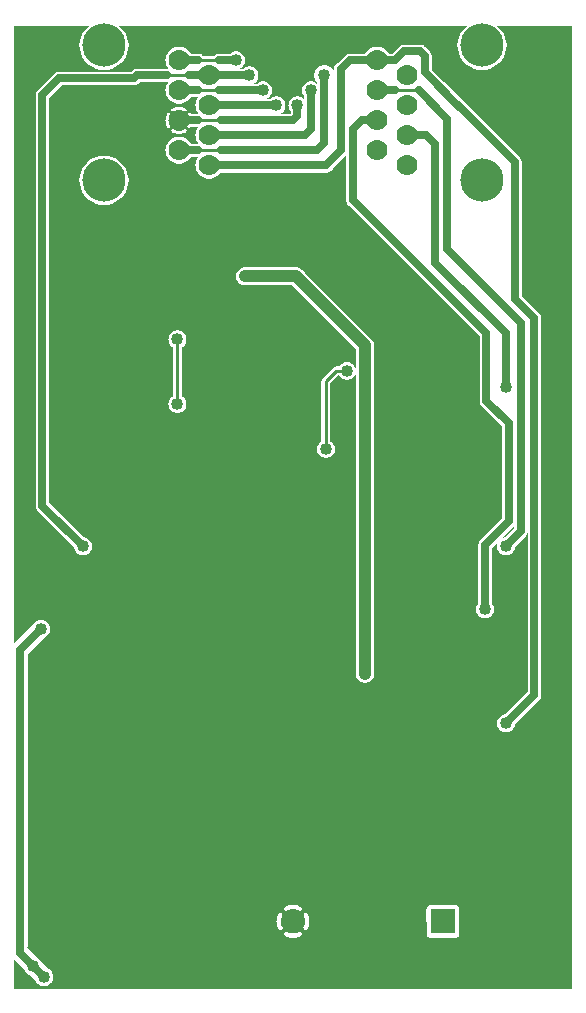
<source format=gbr>
G04 start of page 3 for group 1 idx 1 *
G04 Title: (unknown), solder *
G04 Creator: pcb 20140316 *
G04 CreationDate: Wed 08 Jun 2016 07:53:43 PM GMT UTC *
G04 For: ndholmes *
G04 Format: Gerber/RS-274X *
G04 PCB-Dimensions (mil): 1900.00 3250.00 *
G04 PCB-Coordinate-Origin: lower left *
%MOIN*%
%FSLAX25Y25*%
%LNBOTTOM*%
%ADD41C,0.0480*%
%ADD40C,0.1280*%
%ADD39C,0.0300*%
%ADD38C,0.0200*%
%ADD37C,0.0800*%
%ADD36C,0.1440*%
%ADD35C,0.0700*%
%ADD34C,0.0100*%
%ADD33C,0.0400*%
%ADD32C,0.0250*%
%ADD31C,0.0001*%
G54D31*G36*
X56495Y289307D02*X56647Y289271D01*
X57000Y289250D01*
X59985D01*
X60016Y289191D01*
X60064Y289128D01*
X60120Y289073D01*
X60184Y289028D01*
X60255Y288993D01*
X60330Y288970D01*
X60408Y288959D01*
X60487Y288960D01*
X60564Y288973D01*
X60639Y288999D01*
X60708Y289035D01*
X60771Y289083D01*
X60826Y289139D01*
X60870Y289204D01*
X60895Y289250D01*
X63431D01*
X63348Y289153D01*
X62978Y288549D01*
X62707Y287895D01*
X62542Y287206D01*
X62486Y286500D01*
X62542Y285794D01*
X62707Y285105D01*
X62978Y284451D01*
X63348Y283847D01*
X63431Y283750D01*
X60899D01*
X60652Y284153D01*
X60192Y284692D01*
X59653Y285152D01*
X59049Y285522D01*
X58395Y285793D01*
X57706Y285958D01*
X57000Y286014D01*
X56495Y285974D01*
Y287027D01*
X56599Y287013D01*
X57000Y286996D01*
X57401Y287013D01*
X57800Y287067D01*
X58191Y287156D01*
X58574Y287279D01*
X58944Y287436D01*
X59298Y287626D01*
X59363Y287671D01*
X59420Y287726D01*
X59468Y287790D01*
X59504Y287860D01*
X59530Y287935D01*
X59544Y288013D01*
X59545Y288092D01*
X59533Y288171D01*
X59510Y288246D01*
X59475Y288317D01*
X59429Y288382D01*
X59374Y288439D01*
X59311Y288487D01*
X59241Y288524D01*
X59166Y288549D01*
X59088Y288563D01*
X59008Y288564D01*
X58930Y288552D01*
X58854Y288529D01*
X58784Y288493D01*
X58510Y288343D01*
X58223Y288221D01*
X57926Y288125D01*
X57621Y288056D01*
X57312Y288014D01*
X57000Y288000D01*
X56688Y288014D01*
X56495Y288040D01*
Y289307D01*
G37*
G36*
Y297026D02*X57000Y296986D01*
X57706Y297042D01*
X58395Y297207D01*
X59049Y297478D01*
X59653Y297848D01*
X60192Y298308D01*
X60652Y298847D01*
X60899Y299250D01*
X63431D01*
X63348Y299153D01*
X62978Y298549D01*
X62707Y297895D01*
X62542Y297206D01*
X62486Y296500D01*
X62542Y295794D01*
X62707Y295105D01*
X62978Y294451D01*
X63348Y293847D01*
X63431Y293750D01*
X60900D01*
X60874Y293798D01*
X60829Y293863D01*
X60774Y293920D01*
X60710Y293968D01*
X60640Y294004D01*
X60565Y294030D01*
X60487Y294044D01*
X60408Y294045D01*
X60329Y294033D01*
X60254Y294010D01*
X60183Y293975D01*
X60118Y293929D01*
X60061Y293874D01*
X60013Y293811D01*
X59981Y293750D01*
X57000D01*
X56647Y293729D01*
X56495Y293693D01*
Y294960D01*
X56688Y294986D01*
X57000Y295000D01*
X57312Y294986D01*
X57621Y294944D01*
X57926Y294875D01*
X58223Y294779D01*
X58510Y294657D01*
X58786Y294510D01*
X58855Y294474D01*
X58931Y294451D01*
X59009Y294440D01*
X59087Y294441D01*
X59165Y294454D01*
X59239Y294480D01*
X59309Y294516D01*
X59372Y294564D01*
X59427Y294620D01*
X59472Y294684D01*
X59507Y294755D01*
X59530Y294830D01*
X59541Y294908D01*
X59540Y294987D01*
X59527Y295064D01*
X59501Y295139D01*
X59465Y295208D01*
X59417Y295271D01*
X59361Y295326D01*
X59296Y295370D01*
X58944Y295564D01*
X58574Y295721D01*
X58191Y295844D01*
X57800Y295933D01*
X57401Y295987D01*
X57000Y296004D01*
X56599Y295987D01*
X56495Y295973D01*
Y297026D01*
G37*
G36*
X145000Y323000D02*X152985D01*
X152184Y322316D01*
X151346Y321335D01*
X150671Y320234D01*
X150177Y319042D01*
X149876Y317787D01*
X149775Y316500D01*
X149876Y315213D01*
X150177Y313958D01*
X150671Y312766D01*
X151346Y311665D01*
X152184Y310684D01*
X153165Y309846D01*
X154266Y309171D01*
X155458Y308677D01*
X156713Y308376D01*
X158000Y308275D01*
X159287Y308376D01*
X160542Y308677D01*
X161734Y309171D01*
X162835Y309846D01*
X163816Y310684D01*
X164654Y311665D01*
X165329Y312766D01*
X165823Y313958D01*
X166124Y315213D01*
X166200Y316500D01*
X166124Y317787D01*
X165823Y319042D01*
X165329Y320234D01*
X164654Y321335D01*
X163816Y322316D01*
X163015Y323000D01*
X188000D01*
Y2000D01*
X145000D01*
Y19007D01*
X149235Y19014D01*
X149465Y19069D01*
X149683Y19159D01*
X149884Y19283D01*
X150064Y19436D01*
X150217Y19616D01*
X150341Y19817D01*
X150431Y20035D01*
X150486Y20265D01*
X150500Y20500D01*
X150486Y28735D01*
X150431Y28965D01*
X150341Y29183D01*
X150217Y29384D01*
X150064Y29564D01*
X149884Y29717D01*
X149683Y29841D01*
X149465Y29931D01*
X149235Y29986D01*
X149000Y30000D01*
X145000Y29993D01*
Y231818D01*
X157250Y219568D01*
Y198088D01*
X157243Y198000D01*
X157271Y197647D01*
X157354Y197303D01*
X157489Y196975D01*
X157674Y196673D01*
X157674Y196673D01*
X157904Y196404D01*
X157971Y196347D01*
X164750Y189568D01*
Y158932D01*
X157471Y151653D01*
X157404Y151596D01*
X157174Y151327D01*
X156989Y151025D01*
X156854Y150697D01*
X156771Y150353D01*
X156771Y150353D01*
X156743Y150000D01*
X156750Y149912D01*
Y130485D01*
X156565Y130269D01*
X156319Y129866D01*
X156138Y129430D01*
X156028Y128971D01*
X155991Y128500D01*
X156028Y128029D01*
X156138Y127570D01*
X156319Y127134D01*
X156565Y126731D01*
X156872Y126372D01*
X157231Y126065D01*
X157634Y125819D01*
X158070Y125638D01*
X158529Y125528D01*
X159000Y125491D01*
X159471Y125528D01*
X159930Y125638D01*
X160366Y125819D01*
X160769Y126065D01*
X161128Y126372D01*
X161435Y126731D01*
X161681Y127134D01*
X161862Y127570D01*
X161972Y128029D01*
X162000Y128500D01*
X161972Y128971D01*
X161862Y129430D01*
X161681Y129866D01*
X161435Y130269D01*
X161250Y130485D01*
Y149068D01*
X168529Y156347D01*
X168596Y156404D01*
X168750Y156585D01*
Y155432D01*
X165813Y152494D01*
X165529Y152472D01*
X165070Y152362D01*
X164634Y152181D01*
X164231Y151935D01*
X163872Y151628D01*
X163565Y151269D01*
X163319Y150866D01*
X163138Y150430D01*
X163028Y149971D01*
X162991Y149500D01*
X163028Y149029D01*
X163138Y148570D01*
X163319Y148134D01*
X163565Y147731D01*
X163872Y147372D01*
X164231Y147065D01*
X164634Y146819D01*
X165070Y146638D01*
X165529Y146528D01*
X166000Y146491D01*
X166471Y146528D01*
X166930Y146638D01*
X167366Y146819D01*
X167769Y147065D01*
X168128Y147372D01*
X168435Y147731D01*
X168681Y148134D01*
X168862Y148570D01*
X168972Y149029D01*
X168989Y149307D01*
X172529Y152847D01*
X172596Y152904D01*
X172826Y153173D01*
X172826Y153173D01*
X173011Y153475D01*
X173146Y153803D01*
X173229Y154147D01*
X173250Y154412D01*
Y100932D01*
X165813Y93494D01*
X165529Y93472D01*
X165070Y93362D01*
X164634Y93181D01*
X164231Y92935D01*
X163872Y92628D01*
X163565Y92269D01*
X163319Y91866D01*
X163138Y91430D01*
X163028Y90971D01*
X162991Y90500D01*
X163028Y90029D01*
X163138Y89570D01*
X163319Y89134D01*
X163565Y88731D01*
X163872Y88372D01*
X164231Y88065D01*
X164634Y87819D01*
X165070Y87638D01*
X165529Y87528D01*
X166000Y87491D01*
X166471Y87528D01*
X166930Y87638D01*
X167366Y87819D01*
X167769Y88065D01*
X168128Y88372D01*
X168435Y88731D01*
X168681Y89134D01*
X168862Y89570D01*
X168972Y90029D01*
X168989Y90307D01*
X177029Y98347D01*
X177096Y98404D01*
X177326Y98673D01*
X177326Y98673D01*
X177511Y98975D01*
X177646Y99303D01*
X177729Y99647D01*
X177757Y100000D01*
X177750Y100088D01*
Y225412D01*
X177757Y225500D01*
X177729Y225853D01*
X177646Y226197D01*
X177607Y226293D01*
X177511Y226525D01*
X177396Y226712D01*
X177326Y226827D01*
X177326Y226827D01*
X177096Y227096D01*
X177029Y227153D01*
X171250Y232932D01*
Y277412D01*
X171257Y277500D01*
X171229Y277853D01*
X171229Y277853D01*
X171146Y278197D01*
X171011Y278525D01*
X170826Y278827D01*
X170596Y279096D01*
X170529Y279153D01*
X145000Y304682D01*
Y323000D01*
G37*
G36*
Y2000D02*X99000D01*
Y21636D01*
X99004Y21635D01*
X99119Y21607D01*
X99237Y21598D01*
X99355Y21608D01*
X99469Y21635D01*
X99578Y21681D01*
X99679Y21743D01*
X99769Y21819D01*
X99845Y21909D01*
X99905Y22011D01*
X100122Y22480D01*
X100289Y22969D01*
X100409Y23472D01*
X100482Y23984D01*
X100506Y24500D01*
X100482Y25016D01*
X100409Y25528D01*
X100289Y26031D01*
X100122Y26520D01*
X99910Y26992D01*
X99849Y27093D01*
X99772Y27184D01*
X99682Y27261D01*
X99580Y27323D01*
X99471Y27369D01*
X99355Y27397D01*
X99237Y27406D01*
X99119Y27397D01*
X99003Y27370D01*
X99000Y27368D01*
Y232257D01*
X116000Y215257D01*
Y208000D01*
X115972Y208471D01*
X115862Y208930D01*
X115681Y209366D01*
X115435Y209769D01*
X115128Y210128D01*
X114769Y210435D01*
X114366Y210681D01*
X113930Y210862D01*
X113471Y210972D01*
X113000Y211009D01*
X112529Y210972D01*
X112070Y210862D01*
X111634Y210681D01*
X111231Y210435D01*
X110872Y210128D01*
X110565Y209769D01*
X110401Y209500D01*
X109559D01*
X109500Y209505D01*
X109265Y209486D01*
X109035Y209431D01*
X108817Y209341D01*
X108616Y209217D01*
X108615Y209217D01*
X108436Y209064D01*
X108398Y209019D01*
X104981Y205602D01*
X104936Y205564D01*
X104783Y205384D01*
X104659Y205183D01*
X104569Y204965D01*
X104514Y204735D01*
X104514Y204735D01*
X104495Y204500D01*
X104500Y204441D01*
Y184599D01*
X104231Y184435D01*
X103872Y184128D01*
X103565Y183769D01*
X103319Y183366D01*
X103138Y182930D01*
X103028Y182471D01*
X102991Y182000D01*
X103028Y181529D01*
X103138Y181070D01*
X103319Y180634D01*
X103565Y180231D01*
X103872Y179872D01*
X104231Y179565D01*
X104634Y179319D01*
X105070Y179138D01*
X105529Y179028D01*
X106000Y178991D01*
X106471Y179028D01*
X106930Y179138D01*
X107366Y179319D01*
X107769Y179565D01*
X108128Y179872D01*
X108435Y180231D01*
X108681Y180634D01*
X108862Y181070D01*
X108972Y181529D01*
X109000Y182000D01*
X108972Y182471D01*
X108862Y182930D01*
X108681Y183366D01*
X108435Y183769D01*
X108128Y184128D01*
X107769Y184435D01*
X107500Y184599D01*
Y203879D01*
X110121Y206500D01*
X110401D01*
X110565Y206231D01*
X110872Y205872D01*
X111231Y205565D01*
X111634Y205319D01*
X112070Y205138D01*
X112529Y205028D01*
X113000Y204991D01*
X113471Y205028D01*
X113930Y205138D01*
X114366Y205319D01*
X114769Y205565D01*
X115128Y205872D01*
X115435Y206231D01*
X115681Y206634D01*
X115862Y207070D01*
X115972Y207529D01*
X116000Y208000D01*
Y114118D01*
X115991Y114000D01*
X116000Y113882D01*
Y107118D01*
X115991Y107000D01*
X116028Y106529D01*
X116138Y106070D01*
X116319Y105634D01*
X116565Y105231D01*
X116872Y104872D01*
X117231Y104565D01*
X117634Y104319D01*
X118070Y104138D01*
X118529Y104028D01*
X119000Y103991D01*
X119471Y104028D01*
X119930Y104138D01*
X120366Y104319D01*
X120769Y104565D01*
X121128Y104872D01*
X121435Y105231D01*
X121681Y105634D01*
X121862Y106070D01*
X121972Y106529D01*
X122000Y107000D01*
Y216382D01*
X122009Y216500D01*
X121972Y216971D01*
X121972Y216971D01*
X121862Y217430D01*
X121681Y217866D01*
X121435Y218269D01*
X121128Y218628D01*
X121038Y218704D01*
X99000Y240743D01*
Y274050D01*
X106000D01*
X106384Y274073D01*
X106759Y274163D01*
X107116Y274310D01*
X107445Y274512D01*
X107738Y274762D01*
X107988Y275055D01*
X108190Y275384D01*
X108277Y275595D01*
X111905Y279223D01*
X112116Y279310D01*
X112445Y279512D01*
X112738Y279762D01*
X112750Y279777D01*
Y265088D01*
X112743Y265000D01*
X112771Y264647D01*
Y264647D01*
X112854Y264303D01*
X112989Y263975D01*
X113059Y263861D01*
X113174Y263673D01*
X113174Y263673D01*
X113404Y263404D01*
X113471Y263347D01*
X145000Y231818D01*
Y29993D01*
X140765Y29986D01*
X140535Y29931D01*
X140317Y29841D01*
X140116Y29717D01*
X139936Y29564D01*
X139783Y29384D01*
X139659Y29183D01*
X139569Y28965D01*
X139514Y28735D01*
X139500Y28500D01*
X139514Y20265D01*
X139569Y20035D01*
X139659Y19817D01*
X139783Y19616D01*
X139936Y19436D01*
X140116Y19283D01*
X140317Y19159D01*
X140535Y19069D01*
X140765Y19014D01*
X141000Y19000D01*
X145000Y19007D01*
Y2000D01*
G37*
G36*
X99000Y323000D02*X145000D01*
Y304682D01*
X141250Y308432D01*
Y312912D01*
X141257Y313000D01*
X141229Y313353D01*
X141229Y313353D01*
X141146Y313697D01*
X141011Y314025D01*
X140826Y314327D01*
X140596Y314596D01*
X140529Y314653D01*
X139153Y316029D01*
X139096Y316096D01*
X138827Y316326D01*
X138525Y316511D01*
X138197Y316646D01*
X137853Y316729D01*
X137853Y316729D01*
X137500Y316757D01*
X137412Y316750D01*
X132088D01*
X132000Y316757D01*
X131647Y316729D01*
X131303Y316646D01*
X130975Y316511D01*
X130673Y316326D01*
X130673Y316326D01*
X130404Y316096D01*
X130347Y316029D01*
X128068Y313750D01*
X126899D01*
X126652Y314153D01*
X126192Y314692D01*
X125653Y315152D01*
X125049Y315522D01*
X124395Y315793D01*
X123706Y315958D01*
X123000Y316014D01*
X122294Y315958D01*
X121605Y315793D01*
X120951Y315522D01*
X120347Y315152D01*
X119808Y314692D01*
X119348Y314153D01*
X119101Y313750D01*
X114088D01*
X114000Y313757D01*
X113647Y313729D01*
X113303Y313646D01*
X112975Y313511D01*
X112673Y313326D01*
X112673Y313326D01*
X112404Y313096D01*
X112347Y313029D01*
X110095Y310777D01*
X109884Y310690D01*
X109555Y310488D01*
X109262Y310238D01*
X109012Y309945D01*
X108810Y309616D01*
X108663Y309259D01*
X108573Y308884D01*
X108550Y308500D01*
Y308021D01*
X108539Y308048D01*
X108259Y308505D01*
X107912Y308912D01*
X107505Y309259D01*
X107048Y309539D01*
X106554Y309744D01*
X106034Y309868D01*
X105500Y309910D01*
X104966Y309868D01*
X104446Y309744D01*
X103952Y309539D01*
X103495Y309259D01*
X103088Y308912D01*
X102741Y308505D01*
X102461Y308048D01*
X102256Y307554D01*
X102132Y307034D01*
X102090Y306500D01*
X102132Y305966D01*
X102256Y305446D01*
X102461Y304952D01*
X102741Y304495D01*
X103050Y304133D01*
Y303694D01*
X102769Y303935D01*
X102366Y304181D01*
X101930Y304362D01*
X101471Y304472D01*
X101000Y304509D01*
X100529Y304472D01*
X100070Y304362D01*
X99634Y304181D01*
X99231Y303935D01*
X99000Y303737D01*
Y323000D01*
G37*
G36*
X95002Y274050D02*X99000D01*
Y240743D01*
X98204Y241538D01*
X98128Y241628D01*
X97769Y241935D01*
X97366Y242181D01*
X96930Y242362D01*
X96471Y242472D01*
X96000Y242509D01*
X95882Y242500D01*
X95002D01*
Y274050D01*
G37*
G36*
X99000Y2000D02*X95002D01*
Y18994D01*
X95516Y19018D01*
X96028Y19091D01*
X96531Y19211D01*
X97020Y19378D01*
X97492Y19590D01*
X97593Y19651D01*
X97684Y19728D01*
X97761Y19818D01*
X97823Y19920D01*
X97869Y20029D01*
X97897Y20145D01*
X97906Y20263D01*
X97897Y20381D01*
X97870Y20497D01*
X97824Y20607D01*
X97762Y20708D01*
X97686Y20798D01*
X97595Y20876D01*
X97494Y20938D01*
X97385Y20984D01*
X97269Y21011D01*
X97151Y21021D01*
X97032Y21012D01*
X96917Y20984D01*
X96808Y20937D01*
X96468Y20779D01*
X96112Y20658D01*
X95747Y20570D01*
X95375Y20518D01*
X95002Y20500D01*
Y28500D01*
X95375Y28482D01*
X95747Y28430D01*
X96112Y28342D01*
X96468Y28221D01*
X96810Y28067D01*
X96918Y28020D01*
X97033Y27993D01*
X97151Y27983D01*
X97268Y27993D01*
X97383Y28021D01*
X97492Y28066D01*
X97593Y28128D01*
X97682Y28205D01*
X97759Y28295D01*
X97820Y28395D01*
X97865Y28504D01*
X97893Y28619D01*
X97902Y28737D01*
X97892Y28855D01*
X97865Y28969D01*
X97819Y29078D01*
X97757Y29179D01*
X97681Y29269D01*
X97591Y29345D01*
X97489Y29405D01*
X97020Y29622D01*
X96531Y29789D01*
X96028Y29909D01*
X95516Y29982D01*
X95002Y30006D01*
Y236255D01*
X99000Y232257D01*
Y27368D01*
X98893Y27324D01*
X98792Y27262D01*
X98702Y27186D01*
X98624Y27095D01*
X98562Y26994D01*
X98516Y26885D01*
X98489Y26769D01*
X98479Y26651D01*
X98488Y26532D01*
X98516Y26417D01*
X98563Y26308D01*
X98721Y25968D01*
X98842Y25612D01*
X98930Y25247D01*
X98982Y24875D01*
X99000Y24500D01*
X98982Y24125D01*
X98930Y23753D01*
X98842Y23388D01*
X98721Y23032D01*
X98567Y22690D01*
X98520Y22582D01*
X98493Y22467D01*
X98483Y22349D01*
X98493Y22232D01*
X98521Y22117D01*
X98566Y22008D01*
X98628Y21907D01*
X98705Y21818D01*
X98795Y21741D01*
X98895Y21680D01*
X99000Y21636D01*
Y2000D01*
G37*
G36*
X90507Y274050D02*X95002D01*
Y242500D01*
X90507D01*
Y274050D01*
G37*
G36*
X95002Y2000D02*X90507D01*
Y21640D01*
X90529Y21631D01*
X90645Y21603D01*
X90763Y21594D01*
X90881Y21603D01*
X90997Y21630D01*
X91107Y21676D01*
X91208Y21738D01*
X91298Y21814D01*
X91376Y21905D01*
X91438Y22006D01*
X91484Y22115D01*
X91511Y22231D01*
X91521Y22349D01*
X91512Y22468D01*
X91484Y22583D01*
X91437Y22692D01*
X91279Y23032D01*
X91158Y23388D01*
X91070Y23753D01*
X91018Y24125D01*
X91000Y24500D01*
X91018Y24875D01*
X91070Y25247D01*
X91158Y25612D01*
X91279Y25968D01*
X91433Y26310D01*
X91480Y26418D01*
X91507Y26533D01*
X91517Y26651D01*
X91507Y26768D01*
X91479Y26883D01*
X91434Y26992D01*
X91372Y27093D01*
X91295Y27182D01*
X91205Y27259D01*
X91105Y27320D01*
X90996Y27365D01*
X90881Y27393D01*
X90763Y27402D01*
X90645Y27392D01*
X90531Y27365D01*
X90507Y27355D01*
Y236500D01*
X94757D01*
X95002Y236255D01*
Y30006D01*
X95000Y30006D01*
X94484Y29982D01*
X93972Y29909D01*
X93469Y29789D01*
X92980Y29622D01*
X92508Y29410D01*
X92407Y29349D01*
X92316Y29272D01*
X92239Y29182D01*
X92177Y29080D01*
X92131Y28971D01*
X92103Y28855D01*
X92094Y28737D01*
X92103Y28619D01*
X92130Y28503D01*
X92176Y28393D01*
X92238Y28292D01*
X92314Y28202D01*
X92405Y28124D01*
X92506Y28062D01*
X92615Y28016D01*
X92731Y27989D01*
X92849Y27979D01*
X92968Y27988D01*
X93083Y28016D01*
X93192Y28063D01*
X93532Y28221D01*
X93888Y28342D01*
X94253Y28430D01*
X94625Y28482D01*
X95000Y28500D01*
X95002Y28500D01*
Y20500D01*
X95000Y20500D01*
X94625Y20518D01*
X94253Y20570D01*
X93888Y20658D01*
X93532Y20779D01*
X93190Y20933D01*
X93082Y20980D01*
X92967Y21007D01*
X92849Y21017D01*
X92732Y21007D01*
X92617Y20979D01*
X92508Y20934D01*
X92407Y20872D01*
X92318Y20795D01*
X92241Y20705D01*
X92180Y20605D01*
X92135Y20496D01*
X92107Y20381D01*
X92098Y20263D01*
X92108Y20145D01*
X92135Y20031D01*
X92181Y19922D01*
X92243Y19821D01*
X92319Y19731D01*
X92409Y19655D01*
X92511Y19595D01*
X92980Y19378D01*
X93469Y19211D01*
X93972Y19091D01*
X94484Y19018D01*
X95000Y18994D01*
X95002Y18994D01*
Y2000D01*
G37*
G36*
X90507D02*X56495D01*
Y193991D01*
X56500Y193991D01*
X56971Y194028D01*
X57430Y194138D01*
X57866Y194319D01*
X58269Y194565D01*
X58628Y194872D01*
X58935Y195231D01*
X59181Y195634D01*
X59362Y196070D01*
X59472Y196529D01*
X59500Y197000D01*
X59472Y197471D01*
X59362Y197930D01*
X59181Y198366D01*
X58935Y198769D01*
X58628Y199128D01*
X58269Y199435D01*
X58000Y199599D01*
Y215901D01*
X58269Y216065D01*
X58628Y216372D01*
X58935Y216731D01*
X59181Y217134D01*
X59362Y217570D01*
X59472Y218029D01*
X59500Y218500D01*
X59472Y218971D01*
X59362Y219430D01*
X59181Y219866D01*
X58935Y220269D01*
X58628Y220628D01*
X58269Y220935D01*
X57866Y221181D01*
X57430Y221362D01*
X56971Y221472D01*
X56500Y221509D01*
X56495Y221509D01*
Y277026D01*
X57000Y276986D01*
X57706Y277042D01*
X58395Y277207D01*
X59049Y277478D01*
X59653Y277848D01*
X60192Y278308D01*
X60652Y278847D01*
X60899Y279250D01*
X63431D01*
X63348Y279153D01*
X62978Y278549D01*
X62707Y277895D01*
X62542Y277206D01*
X62486Y276500D01*
X62542Y275794D01*
X62707Y275105D01*
X62978Y274451D01*
X63348Y273847D01*
X63808Y273308D01*
X64347Y272848D01*
X64951Y272478D01*
X65605Y272207D01*
X66294Y272042D01*
X67000Y271986D01*
X67706Y272042D01*
X68395Y272207D01*
X69049Y272478D01*
X69653Y272848D01*
X70192Y273308D01*
X70652Y273847D01*
X70776Y274050D01*
X90507D01*
Y242500D01*
X84118D01*
X84000Y242509D01*
X83882Y242500D01*
X79118D01*
X79000Y242509D01*
X78529Y242472D01*
X78070Y242362D01*
X77634Y242181D01*
X77231Y241935D01*
X76872Y241628D01*
X76565Y241269D01*
X76319Y240866D01*
X76138Y240430D01*
X76028Y239971D01*
X75991Y239500D01*
X76028Y239029D01*
X76138Y238570D01*
X76319Y238134D01*
X76565Y237731D01*
X76872Y237372D01*
X77231Y237065D01*
X77634Y236819D01*
X78070Y236638D01*
X78529Y236528D01*
X79000Y236491D01*
X79118Y236500D01*
X83882D01*
X84000Y236491D01*
X84118Y236500D01*
X90507D01*
Y27355D01*
X90422Y27319D01*
X90321Y27257D01*
X90231Y27181D01*
X90155Y27091D01*
X90095Y26989D01*
X89878Y26520D01*
X89711Y26031D01*
X89591Y25528D01*
X89518Y25016D01*
X89494Y24500D01*
X89518Y23984D01*
X89591Y23472D01*
X89711Y22969D01*
X89878Y22480D01*
X90090Y22008D01*
X90151Y21907D01*
X90228Y21816D01*
X90318Y21739D01*
X90420Y21677D01*
X90507Y21640D01*
Y2000D01*
G37*
G36*
X56495Y323000D02*X99000D01*
Y303737D01*
X98872Y303628D01*
X98565Y303269D01*
X98319Y302866D01*
X98138Y302430D01*
X98028Y301971D01*
X97991Y301500D01*
X98028Y301029D01*
X98138Y300570D01*
X98319Y300134D01*
X98565Y299731D01*
X98750Y299515D01*
Y298485D01*
X98628Y298628D01*
X98269Y298935D01*
X97866Y299181D01*
X97430Y299362D01*
X96971Y299472D01*
X96500Y299509D01*
X96029Y299472D01*
X95570Y299362D01*
X95134Y299181D01*
X94731Y298935D01*
X94372Y298628D01*
X94065Y298269D01*
X93819Y297866D01*
X93638Y297430D01*
X93528Y296971D01*
X93491Y296500D01*
X93528Y296029D01*
X93638Y295570D01*
X93819Y295134D01*
X94065Y294731D01*
X94250Y294515D01*
Y293932D01*
X94068Y293750D01*
X90700D01*
X90866Y293819D01*
X91269Y294065D01*
X91628Y294372D01*
X91935Y294731D01*
X92181Y295134D01*
X92362Y295570D01*
X92472Y296029D01*
X92500Y296500D01*
X92472Y296971D01*
X92362Y297430D01*
X92181Y297866D01*
X91935Y298269D01*
X91628Y298628D01*
X91269Y298935D01*
X90866Y299181D01*
X90430Y299362D01*
X89971Y299472D01*
X89500Y299509D01*
X89029Y299472D01*
X88570Y299362D01*
X88134Y299181D01*
X87731Y298935D01*
X87515Y298750D01*
X86200D01*
X86366Y298819D01*
X86769Y299065D01*
X87128Y299372D01*
X87435Y299731D01*
X87681Y300134D01*
X87862Y300570D01*
X87972Y301029D01*
X88000Y301500D01*
X87972Y301971D01*
X87862Y302430D01*
X87681Y302866D01*
X87435Y303269D01*
X87128Y303628D01*
X86769Y303935D01*
X86366Y304181D01*
X85930Y304362D01*
X85471Y304472D01*
X85000Y304509D01*
X84529Y304472D01*
X84070Y304362D01*
X83634Y304181D01*
X83231Y303935D01*
X83015Y303750D01*
X81700D01*
X81866Y303819D01*
X82269Y304065D01*
X82628Y304372D01*
X82935Y304731D01*
X83181Y305134D01*
X83362Y305570D01*
X83472Y306029D01*
X83500Y306500D01*
X83472Y306971D01*
X83362Y307430D01*
X83181Y307866D01*
X82935Y308269D01*
X82628Y308628D01*
X82269Y308935D01*
X81866Y309181D01*
X81430Y309362D01*
X80971Y309472D01*
X80500Y309509D01*
X80029Y309472D01*
X79570Y309362D01*
X79134Y309181D01*
X78731Y308935D01*
X78515Y308750D01*
X77200D01*
X77366Y308819D01*
X77769Y309065D01*
X78128Y309372D01*
X78435Y309731D01*
X78681Y310134D01*
X78862Y310570D01*
X78972Y311029D01*
X79000Y311500D01*
X78972Y311971D01*
X78862Y312430D01*
X78681Y312866D01*
X78435Y313269D01*
X78128Y313628D01*
X77769Y313935D01*
X77366Y314181D01*
X76930Y314362D01*
X76471Y314472D01*
X76000Y314509D01*
X75529Y314472D01*
X75070Y314362D01*
X74634Y314181D01*
X74231Y313935D01*
X74015Y313750D01*
X70500D01*
X70147Y313729D01*
X69803Y313646D01*
X69475Y313511D01*
X69173Y313326D01*
X68904Y313096D01*
X68822Y313000D01*
X65178D01*
X65096Y313096D01*
X64827Y313326D01*
X64525Y313511D01*
X64197Y313646D01*
X63853Y313729D01*
X63500Y313750D01*
X60899D01*
X60652Y314153D01*
X60192Y314692D01*
X59653Y315152D01*
X59049Y315522D01*
X58395Y315793D01*
X57706Y315958D01*
X57000Y316014D01*
X56495Y315974D01*
Y323000D01*
G37*
G36*
X53280Y278959D02*X53348Y278847D01*
X53808Y278308D01*
X54347Y277848D01*
X54951Y277478D01*
X55605Y277207D01*
X56294Y277042D01*
X56495Y277026D01*
Y221509D01*
X56029Y221472D01*
X55570Y221362D01*
X55134Y221181D01*
X54731Y220935D01*
X54372Y220628D01*
X54065Y220269D01*
X53819Y219866D01*
X53638Y219430D01*
X53528Y218971D01*
X53491Y218500D01*
X53528Y218029D01*
X53638Y217570D01*
X53819Y217134D01*
X54065Y216731D01*
X54372Y216372D01*
X54731Y216065D01*
X55000Y215901D01*
Y199599D01*
X54731Y199435D01*
X54372Y199128D01*
X54065Y198769D01*
X53819Y198366D01*
X53638Y197930D01*
X53528Y197471D01*
X53491Y197000D01*
X53528Y196529D01*
X53638Y196070D01*
X53819Y195634D01*
X54065Y195231D01*
X54372Y194872D01*
X54731Y194565D01*
X55134Y194319D01*
X55570Y194138D01*
X56029Y194028D01*
X56495Y193991D01*
Y2000D01*
X53280D01*
Y278959D01*
G37*
G36*
Y298959D02*X53348Y298847D01*
X53808Y298308D01*
X54347Y297848D01*
X54951Y297478D01*
X55605Y297207D01*
X56294Y297042D01*
X56495Y297026D01*
Y295973D01*
X56200Y295933D01*
X55809Y295844D01*
X55426Y295721D01*
X55056Y295564D01*
X54702Y295374D01*
X54637Y295329D01*
X54580Y295274D01*
X54532Y295210D01*
X54496Y295140D01*
X54470Y295065D01*
X54456Y294987D01*
X54455Y294908D01*
X54467Y294829D01*
X54490Y294754D01*
X54525Y294683D01*
X54571Y294618D01*
X54626Y294561D01*
X54689Y294513D01*
X54759Y294476D01*
X54834Y294451D01*
X54912Y294437D01*
X54992Y294436D01*
X55070Y294448D01*
X55146Y294471D01*
X55216Y294507D01*
X55490Y294657D01*
X55777Y294779D01*
X56074Y294875D01*
X56379Y294944D01*
X56495Y294960D01*
Y293693D01*
X56303Y293646D01*
X55975Y293511D01*
X55673Y293326D01*
X55404Y293096D01*
X55174Y292827D01*
X54989Y292525D01*
X54854Y292197D01*
X54771Y291853D01*
X54743Y291500D01*
X54771Y291147D01*
X54854Y290803D01*
X54989Y290475D01*
X55174Y290173D01*
X55404Y289904D01*
X55673Y289674D01*
X55975Y289489D01*
X56303Y289354D01*
X56495Y289307D01*
Y288040D01*
X56379Y288056D01*
X56074Y288125D01*
X55777Y288221D01*
X55490Y288343D01*
X55214Y288490D01*
X55145Y288526D01*
X55069Y288549D01*
X54991Y288560D01*
X54913Y288559D01*
X54835Y288546D01*
X54761Y288520D01*
X54691Y288484D01*
X54628Y288436D01*
X54573Y288380D01*
X54528Y288316D01*
X54493Y288245D01*
X54470Y288170D01*
X54459Y288092D01*
X54460Y288013D01*
X54473Y287936D01*
X54499Y287861D01*
X54535Y287792D01*
X54583Y287729D01*
X54639Y287674D01*
X54704Y287630D01*
X55056Y287436D01*
X55426Y287279D01*
X55809Y287156D01*
X56200Y287067D01*
X56495Y287027D01*
Y285974D01*
X56294Y285958D01*
X55605Y285793D01*
X54951Y285522D01*
X54347Y285152D01*
X53808Y284692D01*
X53348Y284153D01*
X53280Y284041D01*
Y289040D01*
X53290Y289032D01*
X53360Y288996D01*
X53435Y288970D01*
X53513Y288956D01*
X53592Y288955D01*
X53671Y288967D01*
X53746Y288990D01*
X53817Y289025D01*
X53882Y289071D01*
X53939Y289126D01*
X53987Y289189D01*
X54024Y289259D01*
X54049Y289334D01*
X54063Y289412D01*
X54064Y289492D01*
X54052Y289570D01*
X54029Y289646D01*
X53993Y289716D01*
X53843Y289990D01*
X53721Y290277D01*
X53625Y290574D01*
X53556Y290879D01*
X53514Y291188D01*
X53500Y291500D01*
X53514Y291812D01*
X53556Y292121D01*
X53625Y292426D01*
X53721Y292723D01*
X53843Y293010D01*
X53990Y293286D01*
X54026Y293355D01*
X54049Y293431D01*
X54060Y293509D01*
X54059Y293587D01*
X54046Y293665D01*
X54020Y293739D01*
X53984Y293809D01*
X53936Y293872D01*
X53880Y293927D01*
X53816Y293972D01*
X53745Y294007D01*
X53670Y294030D01*
X53592Y294041D01*
X53513Y294040D01*
X53436Y294027D01*
X53361Y294001D01*
X53292Y293965D01*
X53280Y293956D01*
Y298959D01*
G37*
G36*
Y304267D02*X53353Y304271D01*
X53473Y304300D01*
X53348Y304153D01*
X53280Y304041D01*
Y304267D01*
G37*
G36*
Y308959D02*X53348Y308847D01*
X53473Y308700D01*
X53353Y308729D01*
X53280Y308733D01*
Y308959D01*
G37*
G36*
Y323000D02*X56495D01*
Y315974D01*
X56294Y315958D01*
X55605Y315793D01*
X54951Y315522D01*
X54347Y315152D01*
X53808Y314692D01*
X53348Y314153D01*
X53280Y314041D01*
Y323000D01*
G37*
G36*
X31987Y303250D02*X41912D01*
X42000Y303243D01*
X42353Y303271D01*
X42353Y303271D01*
X42697Y303354D01*
X43025Y303489D01*
X43327Y303674D01*
X43596Y303904D01*
X43653Y303971D01*
X43932Y304250D01*
X53000D01*
X53280Y304267D01*
Y304041D01*
X52978Y303549D01*
X52707Y302895D01*
X52542Y302206D01*
X52486Y301500D01*
X52542Y300794D01*
X52707Y300105D01*
X52978Y299451D01*
X53280Y298959D01*
Y293956D01*
X53229Y293917D01*
X53174Y293861D01*
X53130Y293796D01*
X52936Y293444D01*
X52779Y293074D01*
X52656Y292691D01*
X52567Y292300D01*
X52513Y291901D01*
X52496Y291500D01*
X52513Y291099D01*
X52567Y290700D01*
X52656Y290309D01*
X52779Y289926D01*
X52936Y289556D01*
X53126Y289202D01*
X53171Y289137D01*
X53226Y289080D01*
X53280Y289040D01*
Y284041D01*
X52978Y283549D01*
X52707Y282895D01*
X52542Y282206D01*
X52486Y281500D01*
X52542Y280794D01*
X52707Y280105D01*
X52978Y279451D01*
X53280Y278959D01*
Y2000D01*
X31987D01*
Y263276D01*
X32000Y263275D01*
X33287Y263376D01*
X34542Y263677D01*
X35734Y264171D01*
X36835Y264846D01*
X37816Y265684D01*
X38654Y266665D01*
X39329Y267766D01*
X39823Y268958D01*
X40124Y270213D01*
X40200Y271500D01*
X40124Y272787D01*
X39823Y274042D01*
X39329Y275234D01*
X38654Y276335D01*
X37816Y277316D01*
X36835Y278154D01*
X35734Y278829D01*
X34542Y279323D01*
X33287Y279624D01*
X32000Y279725D01*
X31987Y279724D01*
Y303250D01*
G37*
G36*
Y308276D02*X32000Y308275D01*
X33287Y308376D01*
X34542Y308677D01*
X35734Y309171D01*
X36835Y309846D01*
X37816Y310684D01*
X38654Y311665D01*
X39329Y312766D01*
X39823Y313958D01*
X40124Y315213D01*
X40200Y316500D01*
X40124Y317787D01*
X39823Y319042D01*
X39329Y320234D01*
X38654Y321335D01*
X37816Y322316D01*
X37015Y323000D01*
X53280D01*
Y314041D01*
X52978Y313549D01*
X52707Y312895D01*
X52542Y312206D01*
X52486Y311500D01*
X52542Y310794D01*
X52707Y310105D01*
X52978Y309451D01*
X53280Y308959D01*
Y308733D01*
X53000Y308750D01*
X43088D01*
X43000Y308757D01*
X42647Y308729D01*
X42303Y308646D01*
X41975Y308511D01*
X41673Y308326D01*
X41673Y308326D01*
X41404Y308096D01*
X41347Y308029D01*
X41068Y307750D01*
X31987D01*
Y308276D01*
G37*
G36*
X2000Y2000D02*Y11828D01*
X5722Y8106D01*
X5729Y8088D01*
X5984Y7672D01*
X6301Y7301D01*
X6672Y6984D01*
X7088Y6729D01*
X7106Y6722D01*
X9222Y4606D01*
X9229Y4588D01*
X9484Y4172D01*
X9801Y3801D01*
X10172Y3484D01*
X10588Y3229D01*
X11039Y3043D01*
X11514Y2929D01*
X12000Y2890D01*
X12486Y2929D01*
X12961Y3043D01*
X13412Y3229D01*
X13828Y3484D01*
X14199Y3801D01*
X14516Y4172D01*
X14771Y4588D01*
X14957Y5039D01*
X15071Y5514D01*
X15100Y6000D01*
X15071Y6486D01*
X14957Y6961D01*
X14771Y7412D01*
X14516Y7828D01*
X14199Y8199D01*
X13828Y8516D01*
X13412Y8771D01*
X13394Y8778D01*
X11278Y10894D01*
X11271Y10912D01*
X11016Y11328D01*
X10699Y11699D01*
X10328Y12016D01*
X9912Y12271D01*
X9894Y12278D01*
X6445Y15727D01*
X6458Y15748D01*
X6623Y16148D01*
X6725Y16568D01*
X6750Y17000D01*
Y93000D01*
X6725Y93432D01*
X6650Y93742D01*
Y113337D01*
X13157Y119843D01*
X13475Y120202D01*
X13726Y120611D01*
X13910Y121055D01*
X14022Y121521D01*
X14059Y122000D01*
X14022Y122479D01*
X13910Y122945D01*
X13726Y123389D01*
X13475Y123798D01*
X13163Y124163D01*
X12798Y124475D01*
X12389Y124726D01*
X11945Y124910D01*
X11479Y125022D01*
X11000Y125059D01*
X10521Y125022D01*
X10055Y124910D01*
X9611Y124726D01*
X9202Y124475D01*
X8843Y124157D01*
X2000Y117313D01*
Y323000D01*
X26985D01*
X26184Y322316D01*
X25346Y321335D01*
X24671Y320234D01*
X24177Y319042D01*
X23876Y317787D01*
X23775Y316500D01*
X23876Y315213D01*
X24177Y313958D01*
X24671Y312766D01*
X25346Y311665D01*
X26184Y310684D01*
X27165Y309846D01*
X28266Y309171D01*
X29458Y308677D01*
X30713Y308376D01*
X31987Y308276D01*
Y307750D01*
X17088D01*
X17000Y307757D01*
X16647Y307729D01*
X16303Y307646D01*
X15975Y307511D01*
X15673Y307326D01*
X15673Y307326D01*
X15404Y307096D01*
X15347Y307029D01*
X9971Y301653D01*
X9904Y301596D01*
X9674Y301327D01*
X9489Y301025D01*
X9354Y300697D01*
X9271Y300353D01*
X9271Y300353D01*
X9243Y300000D01*
X9250Y299912D01*
Y163088D01*
X9243Y163000D01*
X9271Y162647D01*
Y162647D01*
X9354Y162303D01*
X9489Y161975D01*
X9559Y161861D01*
X9674Y161673D01*
X9674Y161673D01*
X9904Y161404D01*
X9971Y161347D01*
X22052Y149266D01*
X22071Y149029D01*
X22181Y148570D01*
X22362Y148134D01*
X22608Y147731D01*
X22915Y147372D01*
X23274Y147065D01*
X23677Y146819D01*
X24113Y146638D01*
X24572Y146528D01*
X25043Y146491D01*
X25514Y146528D01*
X25973Y146638D01*
X26409Y146819D01*
X26812Y147065D01*
X27171Y147372D01*
X27478Y147731D01*
X27724Y148134D01*
X27905Y148570D01*
X28015Y149029D01*
X28043Y149500D01*
X28015Y149971D01*
X27905Y150430D01*
X27724Y150866D01*
X27478Y151269D01*
X27171Y151628D01*
X26812Y151935D01*
X26409Y152181D01*
X25973Y152362D01*
X25514Y152472D01*
X25184Y152498D01*
X13750Y163932D01*
Y299068D01*
X17932Y303250D01*
X31987D01*
Y279724D01*
X30713Y279624D01*
X29458Y279323D01*
X28266Y278829D01*
X27165Y278154D01*
X26184Y277316D01*
X25346Y276335D01*
X24671Y275234D01*
X24177Y274042D01*
X23876Y272787D01*
X23775Y271500D01*
X23876Y270213D01*
X24177Y268958D01*
X24671Y267766D01*
X25346Y266665D01*
X26184Y265684D01*
X27165Y264846D01*
X28266Y264171D01*
X29458Y263677D01*
X30713Y263376D01*
X31987Y263276D01*
Y2000D01*
X2000D01*
G37*
G54D32*X118000Y291500D02*X115000Y288500D01*
Y265000D01*
G54D33*X96000Y239500D02*X119000Y216500D01*
G54D32*X76000Y311500D02*X70500D01*
G54D34*X63500Y301500D02*X72000D01*
G54D32*X85000D02*X70500D01*
X89500Y296500D02*X67000D01*
X80500Y306500D02*X60500D01*
X57000Y311500D02*X63500D01*
G54D34*X71000D01*
G54D32*X57000Y301500D02*X63500D01*
G54D34*X60500Y306500D02*X52000D01*
G54D32*X57000Y291500D02*X63500D01*
X57000Y281500D02*X63500D01*
G54D34*X62500D02*X73000D01*
X62500Y291500D02*X73000D01*
G54D32*X71000D02*X95000D01*
X99000Y286500D02*X67000D01*
X103000Y281500D02*X71000D01*
X67000Y276500D02*X106000D01*
X109500Y280000D01*
X111000Y281500D02*X108000Y278500D01*
G54D33*X79000Y239500D02*X96000D01*
G54D32*X53000Y306500D02*X43000D01*
X42000Y305500D01*
X17000D01*
X11500Y300000D01*
Y163000D01*
X25000Y149500D01*
G54D34*X56500Y197000D02*Y218500D01*
G54D32*X4000Y17000D02*Y93000D01*
Y92500D02*Y115000D01*
X11000Y122000D01*
X4000Y21000D02*Y14000D01*
X12000Y6000D01*
X166000Y202500D02*Y220500D01*
X171000Y224000D02*Y154500D01*
X166000Y149500D01*
X175500Y100000D02*X166000Y90500D01*
X167000Y190500D02*Y158000D01*
X169000Y232000D02*X175500Y225500D01*
X159500Y220500D02*Y198000D01*
X167000Y190500D01*
Y158000D02*X159000Y150000D01*
Y128500D01*
X175500Y225500D02*Y100000D01*
G54D34*X106000Y182000D02*Y204500D01*
X109500Y208000D01*
X113000D01*
G54D33*X119000Y216500D02*Y107000D01*
G54D32*X166000Y220500D02*X142500Y244000D01*
X146500Y248500D02*X171000Y224000D01*
X115000Y265000D02*X159500Y220500D01*
X142500Y244000D02*Y283500D01*
X139500Y286500D01*
X133000D01*
X137000Y301500D02*X146500Y292000D01*
Y248500D01*
X150000Y296500D02*X169000Y277500D01*
Y232000D01*
X139000Y307500D02*X150500Y296000D01*
X95000Y291500D02*X96500Y293000D01*
Y296500D01*
X101000Y301500D02*Y288500D01*
X99000Y286500D01*
X105500Y306500D02*Y284000D01*
X103000Y281500D01*
X118000Y311500D02*X123000D01*
X119000D02*X114000D01*
X111000Y308500D01*
Y281500D01*
G54D34*X128000Y301500D02*X137000D01*
G54D32*X123000Y291500D02*X118000D01*
X123000Y301500D02*X129000D01*
X123500Y311500D02*X129000D01*
X132000Y314500D01*
X137500D01*
X139000Y313000D01*
Y307500D01*
G54D35*X133000Y276500D03*
X123000Y281500D03*
X133000Y286500D03*
X123000Y291500D03*
X133000Y296500D03*
X123000Y301500D03*
X133000Y306500D03*
X123000Y311500D03*
G54D36*X158000Y271500D03*
Y316500D03*
G54D31*G36*
X141000Y28500D02*Y20500D01*
X149000D01*
Y28500D01*
X141000D01*
G37*
G54D37*X95000Y24500D03*
G54D35*X67000Y296500D03*
X57000Y291500D03*
X67000Y286500D03*
X57000Y281500D03*
Y311500D03*
X67000Y306500D03*
X57000Y301500D03*
X67000Y276500D03*
G54D36*X32000Y316500D03*
Y271500D03*
G54D33*X25043Y149500D03*
X11000Y122000D03*
X12000Y6000D03*
X8500Y9500D03*
X42500Y70500D03*
Y65500D03*
X65000Y55000D03*
Y49500D03*
X59500D03*
X35000Y89500D03*
X40000D03*
Y94500D03*
X35000D03*
X34500Y100000D03*
X25000Y159500D03*
X22000Y212500D03*
X28000D03*
X44000Y159000D03*
X56500Y218500D03*
Y197000D03*
X89500Y296500D03*
X96500D03*
X101000Y301500D03*
X105500Y306500D03*
X76000Y311500D03*
X85000Y301500D03*
X80500Y306500D03*
X166000Y202500D03*
X113000Y208000D03*
X106000Y182000D03*
X185000Y212500D03*
X82500Y193000D03*
X79000Y239500D03*
X84000D03*
X80500Y261000D03*
X85500D03*
X87500Y193000D03*
X153000Y218000D03*
X155500Y165500D03*
X149500D03*
X166000Y149500D03*
X159000Y128500D03*
X166000Y90500D03*
X83500Y131500D03*
X89500D03*
X119000Y114000D03*
Y107000D03*
X65000Y60500D03*
X98000Y81000D03*
Y71000D03*
Y76000D03*
Y86000D03*
X106000Y29500D03*
X112000D03*
X118000D03*
X106000Y21500D03*
X112000D03*
X118000D03*
X123500Y29500D03*
X129500D03*
X123500Y21500D03*
X129500D03*
G54D38*G54D39*G54D40*G54D41*G54D39*G54D40*M02*

</source>
